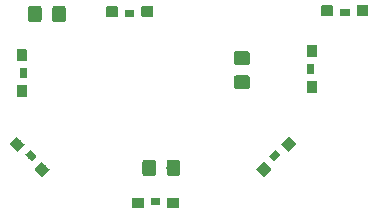
<source format=gbr>
G04 #@! TF.GenerationSoftware,KiCad,Pcbnew,5.1.2-f72e74a~84~ubuntu16.04.1*
G04 #@! TF.CreationDate,2019-07-01T21:57:51-07:00*
G04 #@! TF.ProjectId,Kirby_SAO,4b697262-795f-4534-914f-2e6b69636164,rev?*
G04 #@! TF.SameCoordinates,Original*
G04 #@! TF.FileFunction,Paste,Bot*
G04 #@! TF.FilePolarity,Positive*
%FSLAX46Y46*%
G04 Gerber Fmt 4.6, Leading zero omitted, Abs format (unit mm)*
G04 Created by KiCad (PCBNEW 5.1.2-f72e74a~84~ubuntu16.04.1) date 2019-07-01 21:57:51*
%MOMM*%
%LPD*%
G04 APERTURE LIST*
%ADD10C,0.100000*%
%ADD11C,0.600000*%
%ADD12C,0.900000*%
%ADD13C,1.150000*%
G04 APERTURE END LIST*
D10*
G36*
X99345881Y-99650289D02*
G01*
X99351705Y-99651153D01*
X99357417Y-99652584D01*
X99362961Y-99654567D01*
X99368284Y-99657085D01*
X99373334Y-99660112D01*
X99378064Y-99663619D01*
X99382426Y-99667574D01*
X99386381Y-99671936D01*
X99389888Y-99676666D01*
X99392915Y-99681716D01*
X99395433Y-99687039D01*
X99397416Y-99692583D01*
X99398847Y-99698295D01*
X99399711Y-99704119D01*
X99400000Y-99710000D01*
X99400000Y-100190000D01*
X99399711Y-100195881D01*
X99398847Y-100201705D01*
X99397416Y-100207417D01*
X99395433Y-100212961D01*
X99392915Y-100218284D01*
X99389888Y-100223334D01*
X99386381Y-100228064D01*
X99382426Y-100232426D01*
X99378064Y-100236381D01*
X99373334Y-100239888D01*
X99368284Y-100242915D01*
X99362961Y-100245433D01*
X99357417Y-100247416D01*
X99351705Y-100248847D01*
X99345881Y-100249711D01*
X99340000Y-100250000D01*
X98660000Y-100250000D01*
X98654119Y-100249711D01*
X98648295Y-100248847D01*
X98642583Y-100247416D01*
X98637039Y-100245433D01*
X98631716Y-100242915D01*
X98626666Y-100239888D01*
X98621936Y-100236381D01*
X98617574Y-100232426D01*
X98613619Y-100228064D01*
X98610112Y-100223334D01*
X98607085Y-100218284D01*
X98604567Y-100212961D01*
X98602584Y-100207417D01*
X98601153Y-100201705D01*
X98600289Y-100195881D01*
X98600000Y-100190000D01*
X98600000Y-99710000D01*
X98600289Y-99704119D01*
X98601153Y-99698295D01*
X98602584Y-99692583D01*
X98604567Y-99687039D01*
X98607085Y-99681716D01*
X98610112Y-99676666D01*
X98613619Y-99671936D01*
X98617574Y-99667574D01*
X98621936Y-99663619D01*
X98626666Y-99660112D01*
X98631716Y-99657085D01*
X98637039Y-99654567D01*
X98642583Y-99652584D01*
X98648295Y-99651153D01*
X98654119Y-99650289D01*
X98660000Y-99650000D01*
X99340000Y-99650000D01*
X99345881Y-99650289D01*
X99345881Y-99650289D01*
G37*
D11*
X99000000Y-99950000D03*
D10*
G36*
X97918822Y-99350433D02*
G01*
X97927558Y-99351729D01*
X97936126Y-99353875D01*
X97944442Y-99356851D01*
X97952426Y-99360627D01*
X97960001Y-99365168D01*
X97967095Y-99370429D01*
X97973640Y-99376360D01*
X97979571Y-99382905D01*
X97984832Y-99389999D01*
X97989373Y-99397574D01*
X97993149Y-99405558D01*
X97996125Y-99413874D01*
X97998271Y-99422442D01*
X97999567Y-99431178D01*
X98000000Y-99440000D01*
X98000000Y-100160000D01*
X97999567Y-100168822D01*
X97998271Y-100177558D01*
X97996125Y-100186126D01*
X97993149Y-100194442D01*
X97989373Y-100202426D01*
X97984832Y-100210001D01*
X97979571Y-100217095D01*
X97973640Y-100223640D01*
X97967095Y-100229571D01*
X97960001Y-100234832D01*
X97952426Y-100239373D01*
X97944442Y-100243149D01*
X97936126Y-100246125D01*
X97927558Y-100248271D01*
X97918822Y-100249567D01*
X97910000Y-100250000D01*
X97090000Y-100250000D01*
X97081178Y-100249567D01*
X97072442Y-100248271D01*
X97063874Y-100246125D01*
X97055558Y-100243149D01*
X97047574Y-100239373D01*
X97039999Y-100234832D01*
X97032905Y-100229571D01*
X97026360Y-100223640D01*
X97020429Y-100217095D01*
X97015168Y-100210001D01*
X97010627Y-100202426D01*
X97006851Y-100194442D01*
X97003875Y-100186126D01*
X97001729Y-100177558D01*
X97000433Y-100168822D01*
X97000000Y-100160000D01*
X97000000Y-99440000D01*
X97000433Y-99431178D01*
X97001729Y-99422442D01*
X97003875Y-99413874D01*
X97006851Y-99405558D01*
X97010627Y-99397574D01*
X97015168Y-99389999D01*
X97020429Y-99382905D01*
X97026360Y-99376360D01*
X97032905Y-99370429D01*
X97039999Y-99365168D01*
X97047574Y-99360627D01*
X97055558Y-99356851D01*
X97063874Y-99353875D01*
X97072442Y-99351729D01*
X97081178Y-99350433D01*
X97090000Y-99350000D01*
X97910000Y-99350000D01*
X97918822Y-99350433D01*
X97918822Y-99350433D01*
G37*
D12*
X97500000Y-99800000D03*
D10*
G36*
X100918822Y-99350433D02*
G01*
X100927558Y-99351729D01*
X100936126Y-99353875D01*
X100944442Y-99356851D01*
X100952426Y-99360627D01*
X100960001Y-99365168D01*
X100967095Y-99370429D01*
X100973640Y-99376360D01*
X100979571Y-99382905D01*
X100984832Y-99389999D01*
X100989373Y-99397574D01*
X100993149Y-99405558D01*
X100996125Y-99413874D01*
X100998271Y-99422442D01*
X100999567Y-99431178D01*
X101000000Y-99440000D01*
X101000000Y-100160000D01*
X100999567Y-100168822D01*
X100998271Y-100177558D01*
X100996125Y-100186126D01*
X100993149Y-100194442D01*
X100989373Y-100202426D01*
X100984832Y-100210001D01*
X100979571Y-100217095D01*
X100973640Y-100223640D01*
X100967095Y-100229571D01*
X100960001Y-100234832D01*
X100952426Y-100239373D01*
X100944442Y-100243149D01*
X100936126Y-100246125D01*
X100927558Y-100248271D01*
X100918822Y-100249567D01*
X100910000Y-100250000D01*
X100090000Y-100250000D01*
X100081178Y-100249567D01*
X100072442Y-100248271D01*
X100063874Y-100246125D01*
X100055558Y-100243149D01*
X100047574Y-100239373D01*
X100039999Y-100234832D01*
X100032905Y-100229571D01*
X100026360Y-100223640D01*
X100020429Y-100217095D01*
X100015168Y-100210001D01*
X100010627Y-100202426D01*
X100006851Y-100194442D01*
X100003875Y-100186126D01*
X100001729Y-100177558D01*
X100000433Y-100168822D01*
X100000000Y-100160000D01*
X100000000Y-99440000D01*
X100000433Y-99431178D01*
X100001729Y-99422442D01*
X100003875Y-99413874D01*
X100006851Y-99405558D01*
X100010627Y-99397574D01*
X100015168Y-99389999D01*
X100020429Y-99382905D01*
X100026360Y-99376360D01*
X100032905Y-99370429D01*
X100039999Y-99365168D01*
X100047574Y-99360627D01*
X100055558Y-99356851D01*
X100063874Y-99353875D01*
X100072442Y-99351729D01*
X100081178Y-99350433D01*
X100090000Y-99350000D01*
X100910000Y-99350000D01*
X100918822Y-99350433D01*
X100918822Y-99350433D01*
G37*
D12*
X100500000Y-99800000D03*
D10*
G36*
X90243822Y-103000433D02*
G01*
X90252558Y-103001729D01*
X90261126Y-103003875D01*
X90269442Y-103006851D01*
X90277426Y-103010627D01*
X90285001Y-103015168D01*
X90292095Y-103020429D01*
X90298640Y-103026360D01*
X90304571Y-103032905D01*
X90309832Y-103039999D01*
X90314373Y-103047574D01*
X90318149Y-103055558D01*
X90321125Y-103063874D01*
X90323271Y-103072442D01*
X90324567Y-103081178D01*
X90325000Y-103090000D01*
X90325000Y-103910000D01*
X90324567Y-103918822D01*
X90323271Y-103927558D01*
X90321125Y-103936126D01*
X90318149Y-103944442D01*
X90314373Y-103952426D01*
X90309832Y-103960001D01*
X90304571Y-103967095D01*
X90298640Y-103973640D01*
X90292095Y-103979571D01*
X90285001Y-103984832D01*
X90277426Y-103989373D01*
X90269442Y-103993149D01*
X90261126Y-103996125D01*
X90252558Y-103998271D01*
X90243822Y-103999567D01*
X90235000Y-104000000D01*
X89515000Y-104000000D01*
X89506178Y-103999567D01*
X89497442Y-103998271D01*
X89488874Y-103996125D01*
X89480558Y-103993149D01*
X89472574Y-103989373D01*
X89464999Y-103984832D01*
X89457905Y-103979571D01*
X89451360Y-103973640D01*
X89445429Y-103967095D01*
X89440168Y-103960001D01*
X89435627Y-103952426D01*
X89431851Y-103944442D01*
X89428875Y-103936126D01*
X89426729Y-103927558D01*
X89425433Y-103918822D01*
X89425000Y-103910000D01*
X89425000Y-103090000D01*
X89425433Y-103081178D01*
X89426729Y-103072442D01*
X89428875Y-103063874D01*
X89431851Y-103055558D01*
X89435627Y-103047574D01*
X89440168Y-103039999D01*
X89445429Y-103032905D01*
X89451360Y-103026360D01*
X89457905Y-103020429D01*
X89464999Y-103015168D01*
X89472574Y-103010627D01*
X89480558Y-103006851D01*
X89488874Y-103003875D01*
X89497442Y-103001729D01*
X89506178Y-103000433D01*
X89515000Y-103000000D01*
X90235000Y-103000000D01*
X90243822Y-103000433D01*
X90243822Y-103000433D01*
G37*
D12*
X89875000Y-103500000D03*
D10*
G36*
X90243822Y-106000433D02*
G01*
X90252558Y-106001729D01*
X90261126Y-106003875D01*
X90269442Y-106006851D01*
X90277426Y-106010627D01*
X90285001Y-106015168D01*
X90292095Y-106020429D01*
X90298640Y-106026360D01*
X90304571Y-106032905D01*
X90309832Y-106039999D01*
X90314373Y-106047574D01*
X90318149Y-106055558D01*
X90321125Y-106063874D01*
X90323271Y-106072442D01*
X90324567Y-106081178D01*
X90325000Y-106090000D01*
X90325000Y-106910000D01*
X90324567Y-106918822D01*
X90323271Y-106927558D01*
X90321125Y-106936126D01*
X90318149Y-106944442D01*
X90314373Y-106952426D01*
X90309832Y-106960001D01*
X90304571Y-106967095D01*
X90298640Y-106973640D01*
X90292095Y-106979571D01*
X90285001Y-106984832D01*
X90277426Y-106989373D01*
X90269442Y-106993149D01*
X90261126Y-106996125D01*
X90252558Y-106998271D01*
X90243822Y-106999567D01*
X90235000Y-107000000D01*
X89515000Y-107000000D01*
X89506178Y-106999567D01*
X89497442Y-106998271D01*
X89488874Y-106996125D01*
X89480558Y-106993149D01*
X89472574Y-106989373D01*
X89464999Y-106984832D01*
X89457905Y-106979571D01*
X89451360Y-106973640D01*
X89445429Y-106967095D01*
X89440168Y-106960001D01*
X89435627Y-106952426D01*
X89431851Y-106944442D01*
X89428875Y-106936126D01*
X89426729Y-106927558D01*
X89425433Y-106918822D01*
X89425000Y-106910000D01*
X89425000Y-106090000D01*
X89425433Y-106081178D01*
X89426729Y-106072442D01*
X89428875Y-106063874D01*
X89431851Y-106055558D01*
X89435627Y-106047574D01*
X89440168Y-106039999D01*
X89445429Y-106032905D01*
X89451360Y-106026360D01*
X89457905Y-106020429D01*
X89464999Y-106015168D01*
X89472574Y-106010627D01*
X89480558Y-106006851D01*
X89488874Y-106003875D01*
X89497442Y-106001729D01*
X89506178Y-106000433D01*
X89515000Y-106000000D01*
X90235000Y-106000000D01*
X90243822Y-106000433D01*
X90243822Y-106000433D01*
G37*
D12*
X89875000Y-106500000D03*
D10*
G36*
X90270881Y-104600289D02*
G01*
X90276705Y-104601153D01*
X90282417Y-104602584D01*
X90287961Y-104604567D01*
X90293284Y-104607085D01*
X90298334Y-104610112D01*
X90303064Y-104613619D01*
X90307426Y-104617574D01*
X90311381Y-104621936D01*
X90314888Y-104626666D01*
X90317915Y-104631716D01*
X90320433Y-104637039D01*
X90322416Y-104642583D01*
X90323847Y-104648295D01*
X90324711Y-104654119D01*
X90325000Y-104660000D01*
X90325000Y-105340000D01*
X90324711Y-105345881D01*
X90323847Y-105351705D01*
X90322416Y-105357417D01*
X90320433Y-105362961D01*
X90317915Y-105368284D01*
X90314888Y-105373334D01*
X90311381Y-105378064D01*
X90307426Y-105382426D01*
X90303064Y-105386381D01*
X90298334Y-105389888D01*
X90293284Y-105392915D01*
X90287961Y-105395433D01*
X90282417Y-105397416D01*
X90276705Y-105398847D01*
X90270881Y-105399711D01*
X90265000Y-105400000D01*
X89785000Y-105400000D01*
X89779119Y-105399711D01*
X89773295Y-105398847D01*
X89767583Y-105397416D01*
X89762039Y-105395433D01*
X89756716Y-105392915D01*
X89751666Y-105389888D01*
X89746936Y-105386381D01*
X89742574Y-105382426D01*
X89738619Y-105378064D01*
X89735112Y-105373334D01*
X89732085Y-105368284D01*
X89729567Y-105362961D01*
X89727584Y-105357417D01*
X89726153Y-105351705D01*
X89725289Y-105345881D01*
X89725000Y-105340000D01*
X89725000Y-104660000D01*
X89725289Y-104654119D01*
X89726153Y-104648295D01*
X89727584Y-104642583D01*
X89729567Y-104637039D01*
X89732085Y-104631716D01*
X89735112Y-104626666D01*
X89738619Y-104621936D01*
X89742574Y-104617574D01*
X89746936Y-104613619D01*
X89751666Y-104610112D01*
X89756716Y-104607085D01*
X89762039Y-104604567D01*
X89767583Y-104602584D01*
X89773295Y-104601153D01*
X89779119Y-104600289D01*
X89785000Y-104600000D01*
X90265000Y-104600000D01*
X90270881Y-104600289D01*
X90270881Y-104600289D01*
G37*
D11*
X90025000Y-105000000D03*
D10*
G36*
X101545881Y-115550289D02*
G01*
X101551705Y-115551153D01*
X101557417Y-115552584D01*
X101562961Y-115554567D01*
X101568284Y-115557085D01*
X101573334Y-115560112D01*
X101578064Y-115563619D01*
X101582426Y-115567574D01*
X101586381Y-115571936D01*
X101589888Y-115576666D01*
X101592915Y-115581716D01*
X101595433Y-115587039D01*
X101597416Y-115592583D01*
X101598847Y-115598295D01*
X101599711Y-115604119D01*
X101600000Y-115610000D01*
X101600000Y-116090000D01*
X101599711Y-116095881D01*
X101598847Y-116101705D01*
X101597416Y-116107417D01*
X101595433Y-116112961D01*
X101592915Y-116118284D01*
X101589888Y-116123334D01*
X101586381Y-116128064D01*
X101582426Y-116132426D01*
X101578064Y-116136381D01*
X101573334Y-116139888D01*
X101568284Y-116142915D01*
X101562961Y-116145433D01*
X101557417Y-116147416D01*
X101551705Y-116148847D01*
X101545881Y-116149711D01*
X101540000Y-116150000D01*
X100860000Y-116150000D01*
X100854119Y-116149711D01*
X100848295Y-116148847D01*
X100842583Y-116147416D01*
X100837039Y-116145433D01*
X100831716Y-116142915D01*
X100826666Y-116139888D01*
X100821936Y-116136381D01*
X100817574Y-116132426D01*
X100813619Y-116128064D01*
X100810112Y-116123334D01*
X100807085Y-116118284D01*
X100804567Y-116112961D01*
X100802584Y-116107417D01*
X100801153Y-116101705D01*
X100800289Y-116095881D01*
X100800000Y-116090000D01*
X100800000Y-115610000D01*
X100800289Y-115604119D01*
X100801153Y-115598295D01*
X100802584Y-115592583D01*
X100804567Y-115587039D01*
X100807085Y-115581716D01*
X100810112Y-115576666D01*
X100813619Y-115571936D01*
X100817574Y-115567574D01*
X100821936Y-115563619D01*
X100826666Y-115560112D01*
X100831716Y-115557085D01*
X100837039Y-115554567D01*
X100842583Y-115552584D01*
X100848295Y-115551153D01*
X100854119Y-115550289D01*
X100860000Y-115550000D01*
X101540000Y-115550000D01*
X101545881Y-115550289D01*
X101545881Y-115550289D01*
G37*
D11*
X101200000Y-115850000D03*
D10*
G36*
X103118822Y-115550433D02*
G01*
X103127558Y-115551729D01*
X103136126Y-115553875D01*
X103144442Y-115556851D01*
X103152426Y-115560627D01*
X103160001Y-115565168D01*
X103167095Y-115570429D01*
X103173640Y-115576360D01*
X103179571Y-115582905D01*
X103184832Y-115589999D01*
X103189373Y-115597574D01*
X103193149Y-115605558D01*
X103196125Y-115613874D01*
X103198271Y-115622442D01*
X103199567Y-115631178D01*
X103200000Y-115640000D01*
X103200000Y-116360000D01*
X103199567Y-116368822D01*
X103198271Y-116377558D01*
X103196125Y-116386126D01*
X103193149Y-116394442D01*
X103189373Y-116402426D01*
X103184832Y-116410001D01*
X103179571Y-116417095D01*
X103173640Y-116423640D01*
X103167095Y-116429571D01*
X103160001Y-116434832D01*
X103152426Y-116439373D01*
X103144442Y-116443149D01*
X103136126Y-116446125D01*
X103127558Y-116448271D01*
X103118822Y-116449567D01*
X103110000Y-116450000D01*
X102290000Y-116450000D01*
X102281178Y-116449567D01*
X102272442Y-116448271D01*
X102263874Y-116446125D01*
X102255558Y-116443149D01*
X102247574Y-116439373D01*
X102239999Y-116434832D01*
X102232905Y-116429571D01*
X102226360Y-116423640D01*
X102220429Y-116417095D01*
X102215168Y-116410001D01*
X102210627Y-116402426D01*
X102206851Y-116394442D01*
X102203875Y-116386126D01*
X102201729Y-116377558D01*
X102200433Y-116368822D01*
X102200000Y-116360000D01*
X102200000Y-115640000D01*
X102200433Y-115631178D01*
X102201729Y-115622442D01*
X102203875Y-115613874D01*
X102206851Y-115605558D01*
X102210627Y-115597574D01*
X102215168Y-115589999D01*
X102220429Y-115582905D01*
X102226360Y-115576360D01*
X102232905Y-115570429D01*
X102239999Y-115565168D01*
X102247574Y-115560627D01*
X102255558Y-115556851D01*
X102263874Y-115553875D01*
X102272442Y-115551729D01*
X102281178Y-115550433D01*
X102290000Y-115550000D01*
X103110000Y-115550000D01*
X103118822Y-115550433D01*
X103118822Y-115550433D01*
G37*
D12*
X102700000Y-116000000D03*
D10*
G36*
X100118822Y-115550433D02*
G01*
X100127558Y-115551729D01*
X100136126Y-115553875D01*
X100144442Y-115556851D01*
X100152426Y-115560627D01*
X100160001Y-115565168D01*
X100167095Y-115570429D01*
X100173640Y-115576360D01*
X100179571Y-115582905D01*
X100184832Y-115589999D01*
X100189373Y-115597574D01*
X100193149Y-115605558D01*
X100196125Y-115613874D01*
X100198271Y-115622442D01*
X100199567Y-115631178D01*
X100200000Y-115640000D01*
X100200000Y-116360000D01*
X100199567Y-116368822D01*
X100198271Y-116377558D01*
X100196125Y-116386126D01*
X100193149Y-116394442D01*
X100189373Y-116402426D01*
X100184832Y-116410001D01*
X100179571Y-116417095D01*
X100173640Y-116423640D01*
X100167095Y-116429571D01*
X100160001Y-116434832D01*
X100152426Y-116439373D01*
X100144442Y-116443149D01*
X100136126Y-116446125D01*
X100127558Y-116448271D01*
X100118822Y-116449567D01*
X100110000Y-116450000D01*
X99290000Y-116450000D01*
X99281178Y-116449567D01*
X99272442Y-116448271D01*
X99263874Y-116446125D01*
X99255558Y-116443149D01*
X99247574Y-116439373D01*
X99239999Y-116434832D01*
X99232905Y-116429571D01*
X99226360Y-116423640D01*
X99220429Y-116417095D01*
X99215168Y-116410001D01*
X99210627Y-116402426D01*
X99206851Y-116394442D01*
X99203875Y-116386126D01*
X99201729Y-116377558D01*
X99200433Y-116368822D01*
X99200000Y-116360000D01*
X99200000Y-115640000D01*
X99200433Y-115631178D01*
X99201729Y-115622442D01*
X99203875Y-115613874D01*
X99206851Y-115605558D01*
X99210627Y-115597574D01*
X99215168Y-115589999D01*
X99220429Y-115582905D01*
X99226360Y-115576360D01*
X99232905Y-115570429D01*
X99239999Y-115565168D01*
X99247574Y-115560627D01*
X99255558Y-115556851D01*
X99263874Y-115553875D01*
X99272442Y-115551729D01*
X99281178Y-115550433D01*
X99290000Y-115550000D01*
X100110000Y-115550000D01*
X100118822Y-115550433D01*
X100118822Y-115550433D01*
G37*
D12*
X99700000Y-116000000D03*
D10*
G36*
X119143822Y-99275433D02*
G01*
X119152558Y-99276729D01*
X119161126Y-99278875D01*
X119169442Y-99281851D01*
X119177426Y-99285627D01*
X119185001Y-99290168D01*
X119192095Y-99295429D01*
X119198640Y-99301360D01*
X119204571Y-99307905D01*
X119209832Y-99314999D01*
X119214373Y-99322574D01*
X119218149Y-99330558D01*
X119221125Y-99338874D01*
X119223271Y-99347442D01*
X119224567Y-99356178D01*
X119225000Y-99365000D01*
X119225000Y-100085000D01*
X119224567Y-100093822D01*
X119223271Y-100102558D01*
X119221125Y-100111126D01*
X119218149Y-100119442D01*
X119214373Y-100127426D01*
X119209832Y-100135001D01*
X119204571Y-100142095D01*
X119198640Y-100148640D01*
X119192095Y-100154571D01*
X119185001Y-100159832D01*
X119177426Y-100164373D01*
X119169442Y-100168149D01*
X119161126Y-100171125D01*
X119152558Y-100173271D01*
X119143822Y-100174567D01*
X119135000Y-100175000D01*
X118315000Y-100175000D01*
X118306178Y-100174567D01*
X118297442Y-100173271D01*
X118288874Y-100171125D01*
X118280558Y-100168149D01*
X118272574Y-100164373D01*
X118264999Y-100159832D01*
X118257905Y-100154571D01*
X118251360Y-100148640D01*
X118245429Y-100142095D01*
X118240168Y-100135001D01*
X118235627Y-100127426D01*
X118231851Y-100119442D01*
X118228875Y-100111126D01*
X118226729Y-100102558D01*
X118225433Y-100093822D01*
X118225000Y-100085000D01*
X118225000Y-99365000D01*
X118225433Y-99356178D01*
X118226729Y-99347442D01*
X118228875Y-99338874D01*
X118231851Y-99330558D01*
X118235627Y-99322574D01*
X118240168Y-99314999D01*
X118245429Y-99307905D01*
X118251360Y-99301360D01*
X118257905Y-99295429D01*
X118264999Y-99290168D01*
X118272574Y-99285627D01*
X118280558Y-99281851D01*
X118288874Y-99278875D01*
X118297442Y-99276729D01*
X118306178Y-99275433D01*
X118315000Y-99275000D01*
X119135000Y-99275000D01*
X119143822Y-99275433D01*
X119143822Y-99275433D01*
G37*
D12*
X118725000Y-99725000D03*
D10*
G36*
X116143822Y-99275433D02*
G01*
X116152558Y-99276729D01*
X116161126Y-99278875D01*
X116169442Y-99281851D01*
X116177426Y-99285627D01*
X116185001Y-99290168D01*
X116192095Y-99295429D01*
X116198640Y-99301360D01*
X116204571Y-99307905D01*
X116209832Y-99314999D01*
X116214373Y-99322574D01*
X116218149Y-99330558D01*
X116221125Y-99338874D01*
X116223271Y-99347442D01*
X116224567Y-99356178D01*
X116225000Y-99365000D01*
X116225000Y-100085000D01*
X116224567Y-100093822D01*
X116223271Y-100102558D01*
X116221125Y-100111126D01*
X116218149Y-100119442D01*
X116214373Y-100127426D01*
X116209832Y-100135001D01*
X116204571Y-100142095D01*
X116198640Y-100148640D01*
X116192095Y-100154571D01*
X116185001Y-100159832D01*
X116177426Y-100164373D01*
X116169442Y-100168149D01*
X116161126Y-100171125D01*
X116152558Y-100173271D01*
X116143822Y-100174567D01*
X116135000Y-100175000D01*
X115315000Y-100175000D01*
X115306178Y-100174567D01*
X115297442Y-100173271D01*
X115288874Y-100171125D01*
X115280558Y-100168149D01*
X115272574Y-100164373D01*
X115264999Y-100159832D01*
X115257905Y-100154571D01*
X115251360Y-100148640D01*
X115245429Y-100142095D01*
X115240168Y-100135001D01*
X115235627Y-100127426D01*
X115231851Y-100119442D01*
X115228875Y-100111126D01*
X115226729Y-100102558D01*
X115225433Y-100093822D01*
X115225000Y-100085000D01*
X115225000Y-99365000D01*
X115225433Y-99356178D01*
X115226729Y-99347442D01*
X115228875Y-99338874D01*
X115231851Y-99330558D01*
X115235627Y-99322574D01*
X115240168Y-99314999D01*
X115245429Y-99307905D01*
X115251360Y-99301360D01*
X115257905Y-99295429D01*
X115264999Y-99290168D01*
X115272574Y-99285627D01*
X115280558Y-99281851D01*
X115288874Y-99278875D01*
X115297442Y-99276729D01*
X115306178Y-99275433D01*
X115315000Y-99275000D01*
X116135000Y-99275000D01*
X116143822Y-99275433D01*
X116143822Y-99275433D01*
G37*
D12*
X115725000Y-99725000D03*
D10*
G36*
X117570881Y-99575289D02*
G01*
X117576705Y-99576153D01*
X117582417Y-99577584D01*
X117587961Y-99579567D01*
X117593284Y-99582085D01*
X117598334Y-99585112D01*
X117603064Y-99588619D01*
X117607426Y-99592574D01*
X117611381Y-99596936D01*
X117614888Y-99601666D01*
X117617915Y-99606716D01*
X117620433Y-99612039D01*
X117622416Y-99617583D01*
X117623847Y-99623295D01*
X117624711Y-99629119D01*
X117625000Y-99635000D01*
X117625000Y-100115000D01*
X117624711Y-100120881D01*
X117623847Y-100126705D01*
X117622416Y-100132417D01*
X117620433Y-100137961D01*
X117617915Y-100143284D01*
X117614888Y-100148334D01*
X117611381Y-100153064D01*
X117607426Y-100157426D01*
X117603064Y-100161381D01*
X117598334Y-100164888D01*
X117593284Y-100167915D01*
X117587961Y-100170433D01*
X117582417Y-100172416D01*
X117576705Y-100173847D01*
X117570881Y-100174711D01*
X117565000Y-100175000D01*
X116885000Y-100175000D01*
X116879119Y-100174711D01*
X116873295Y-100173847D01*
X116867583Y-100172416D01*
X116862039Y-100170433D01*
X116856716Y-100167915D01*
X116851666Y-100164888D01*
X116846936Y-100161381D01*
X116842574Y-100157426D01*
X116838619Y-100153064D01*
X116835112Y-100148334D01*
X116832085Y-100143284D01*
X116829567Y-100137961D01*
X116827584Y-100132417D01*
X116826153Y-100126705D01*
X116825289Y-100120881D01*
X116825000Y-100115000D01*
X116825000Y-99635000D01*
X116825289Y-99629119D01*
X116826153Y-99623295D01*
X116827584Y-99617583D01*
X116829567Y-99612039D01*
X116832085Y-99606716D01*
X116835112Y-99601666D01*
X116838619Y-99596936D01*
X116842574Y-99592574D01*
X116846936Y-99588619D01*
X116851666Y-99585112D01*
X116856716Y-99582085D01*
X116862039Y-99579567D01*
X116867583Y-99577584D01*
X116873295Y-99576153D01*
X116879119Y-99575289D01*
X116885000Y-99575000D01*
X117565000Y-99575000D01*
X117570881Y-99575289D01*
X117570881Y-99575289D01*
G37*
D11*
X117225000Y-99875000D03*
D10*
G36*
X114545881Y-104250289D02*
G01*
X114551705Y-104251153D01*
X114557417Y-104252584D01*
X114562961Y-104254567D01*
X114568284Y-104257085D01*
X114573334Y-104260112D01*
X114578064Y-104263619D01*
X114582426Y-104267574D01*
X114586381Y-104271936D01*
X114589888Y-104276666D01*
X114592915Y-104281716D01*
X114595433Y-104287039D01*
X114597416Y-104292583D01*
X114598847Y-104298295D01*
X114599711Y-104304119D01*
X114600000Y-104310000D01*
X114600000Y-104990000D01*
X114599711Y-104995881D01*
X114598847Y-105001705D01*
X114597416Y-105007417D01*
X114595433Y-105012961D01*
X114592915Y-105018284D01*
X114589888Y-105023334D01*
X114586381Y-105028064D01*
X114582426Y-105032426D01*
X114578064Y-105036381D01*
X114573334Y-105039888D01*
X114568284Y-105042915D01*
X114562961Y-105045433D01*
X114557417Y-105047416D01*
X114551705Y-105048847D01*
X114545881Y-105049711D01*
X114540000Y-105050000D01*
X114060000Y-105050000D01*
X114054119Y-105049711D01*
X114048295Y-105048847D01*
X114042583Y-105047416D01*
X114037039Y-105045433D01*
X114031716Y-105042915D01*
X114026666Y-105039888D01*
X114021936Y-105036381D01*
X114017574Y-105032426D01*
X114013619Y-105028064D01*
X114010112Y-105023334D01*
X114007085Y-105018284D01*
X114004567Y-105012961D01*
X114002584Y-105007417D01*
X114001153Y-105001705D01*
X114000289Y-104995881D01*
X114000000Y-104990000D01*
X114000000Y-104310000D01*
X114000289Y-104304119D01*
X114001153Y-104298295D01*
X114002584Y-104292583D01*
X114004567Y-104287039D01*
X114007085Y-104281716D01*
X114010112Y-104276666D01*
X114013619Y-104271936D01*
X114017574Y-104267574D01*
X114021936Y-104263619D01*
X114026666Y-104260112D01*
X114031716Y-104257085D01*
X114037039Y-104254567D01*
X114042583Y-104252584D01*
X114048295Y-104251153D01*
X114054119Y-104250289D01*
X114060000Y-104250000D01*
X114540000Y-104250000D01*
X114545881Y-104250289D01*
X114545881Y-104250289D01*
G37*
D11*
X114300000Y-104650000D03*
D10*
G36*
X114818822Y-102650433D02*
G01*
X114827558Y-102651729D01*
X114836126Y-102653875D01*
X114844442Y-102656851D01*
X114852426Y-102660627D01*
X114860001Y-102665168D01*
X114867095Y-102670429D01*
X114873640Y-102676360D01*
X114879571Y-102682905D01*
X114884832Y-102689999D01*
X114889373Y-102697574D01*
X114893149Y-102705558D01*
X114896125Y-102713874D01*
X114898271Y-102722442D01*
X114899567Y-102731178D01*
X114900000Y-102740000D01*
X114900000Y-103560000D01*
X114899567Y-103568822D01*
X114898271Y-103577558D01*
X114896125Y-103586126D01*
X114893149Y-103594442D01*
X114889373Y-103602426D01*
X114884832Y-103610001D01*
X114879571Y-103617095D01*
X114873640Y-103623640D01*
X114867095Y-103629571D01*
X114860001Y-103634832D01*
X114852426Y-103639373D01*
X114844442Y-103643149D01*
X114836126Y-103646125D01*
X114827558Y-103648271D01*
X114818822Y-103649567D01*
X114810000Y-103650000D01*
X114090000Y-103650000D01*
X114081178Y-103649567D01*
X114072442Y-103648271D01*
X114063874Y-103646125D01*
X114055558Y-103643149D01*
X114047574Y-103639373D01*
X114039999Y-103634832D01*
X114032905Y-103629571D01*
X114026360Y-103623640D01*
X114020429Y-103617095D01*
X114015168Y-103610001D01*
X114010627Y-103602426D01*
X114006851Y-103594442D01*
X114003875Y-103586126D01*
X114001729Y-103577558D01*
X114000433Y-103568822D01*
X114000000Y-103560000D01*
X114000000Y-102740000D01*
X114000433Y-102731178D01*
X114001729Y-102722442D01*
X114003875Y-102713874D01*
X114006851Y-102705558D01*
X114010627Y-102697574D01*
X114015168Y-102689999D01*
X114020429Y-102682905D01*
X114026360Y-102676360D01*
X114032905Y-102670429D01*
X114039999Y-102665168D01*
X114047574Y-102660627D01*
X114055558Y-102656851D01*
X114063874Y-102653875D01*
X114072442Y-102651729D01*
X114081178Y-102650433D01*
X114090000Y-102650000D01*
X114810000Y-102650000D01*
X114818822Y-102650433D01*
X114818822Y-102650433D01*
G37*
D12*
X114450000Y-103150000D03*
D10*
G36*
X114818822Y-105650433D02*
G01*
X114827558Y-105651729D01*
X114836126Y-105653875D01*
X114844442Y-105656851D01*
X114852426Y-105660627D01*
X114860001Y-105665168D01*
X114867095Y-105670429D01*
X114873640Y-105676360D01*
X114879571Y-105682905D01*
X114884832Y-105689999D01*
X114889373Y-105697574D01*
X114893149Y-105705558D01*
X114896125Y-105713874D01*
X114898271Y-105722442D01*
X114899567Y-105731178D01*
X114900000Y-105740000D01*
X114900000Y-106560000D01*
X114899567Y-106568822D01*
X114898271Y-106577558D01*
X114896125Y-106586126D01*
X114893149Y-106594442D01*
X114889373Y-106602426D01*
X114884832Y-106610001D01*
X114879571Y-106617095D01*
X114873640Y-106623640D01*
X114867095Y-106629571D01*
X114860001Y-106634832D01*
X114852426Y-106639373D01*
X114844442Y-106643149D01*
X114836126Y-106646125D01*
X114827558Y-106648271D01*
X114818822Y-106649567D01*
X114810000Y-106650000D01*
X114090000Y-106650000D01*
X114081178Y-106649567D01*
X114072442Y-106648271D01*
X114063874Y-106646125D01*
X114055558Y-106643149D01*
X114047574Y-106639373D01*
X114039999Y-106634832D01*
X114032905Y-106629571D01*
X114026360Y-106623640D01*
X114020429Y-106617095D01*
X114015168Y-106610001D01*
X114010627Y-106602426D01*
X114006851Y-106594442D01*
X114003875Y-106586126D01*
X114001729Y-106577558D01*
X114000433Y-106568822D01*
X114000000Y-106560000D01*
X114000000Y-105740000D01*
X114000433Y-105731178D01*
X114001729Y-105722442D01*
X114003875Y-105713874D01*
X114006851Y-105705558D01*
X114010627Y-105697574D01*
X114015168Y-105689999D01*
X114020429Y-105682905D01*
X114026360Y-105676360D01*
X114032905Y-105670429D01*
X114039999Y-105665168D01*
X114047574Y-105660627D01*
X114055558Y-105656851D01*
X114063874Y-105653875D01*
X114072442Y-105651729D01*
X114081178Y-105650433D01*
X114090000Y-105650000D01*
X114810000Y-105650000D01*
X114818822Y-105650433D01*
X114818822Y-105650433D01*
G37*
D12*
X114450000Y-106150000D03*
D10*
G36*
X91324505Y-99301204D02*
G01*
X91348773Y-99304804D01*
X91372572Y-99310765D01*
X91395671Y-99319030D01*
X91417850Y-99329520D01*
X91438893Y-99342132D01*
X91458599Y-99356747D01*
X91476777Y-99373223D01*
X91493253Y-99391401D01*
X91507868Y-99411107D01*
X91520480Y-99432150D01*
X91530970Y-99454329D01*
X91539235Y-99477428D01*
X91545196Y-99501227D01*
X91548796Y-99525495D01*
X91550000Y-99549999D01*
X91550000Y-100450001D01*
X91548796Y-100474505D01*
X91545196Y-100498773D01*
X91539235Y-100522572D01*
X91530970Y-100545671D01*
X91520480Y-100567850D01*
X91507868Y-100588893D01*
X91493253Y-100608599D01*
X91476777Y-100626777D01*
X91458599Y-100643253D01*
X91438893Y-100657868D01*
X91417850Y-100670480D01*
X91395671Y-100680970D01*
X91372572Y-100689235D01*
X91348773Y-100695196D01*
X91324505Y-100698796D01*
X91300001Y-100700000D01*
X90649999Y-100700000D01*
X90625495Y-100698796D01*
X90601227Y-100695196D01*
X90577428Y-100689235D01*
X90554329Y-100680970D01*
X90532150Y-100670480D01*
X90511107Y-100657868D01*
X90491401Y-100643253D01*
X90473223Y-100626777D01*
X90456747Y-100608599D01*
X90442132Y-100588893D01*
X90429520Y-100567850D01*
X90419030Y-100545671D01*
X90410765Y-100522572D01*
X90404804Y-100498773D01*
X90401204Y-100474505D01*
X90400000Y-100450001D01*
X90400000Y-99549999D01*
X90401204Y-99525495D01*
X90404804Y-99501227D01*
X90410765Y-99477428D01*
X90419030Y-99454329D01*
X90429520Y-99432150D01*
X90442132Y-99411107D01*
X90456747Y-99391401D01*
X90473223Y-99373223D01*
X90491401Y-99356747D01*
X90511107Y-99342132D01*
X90532150Y-99329520D01*
X90554329Y-99319030D01*
X90577428Y-99310765D01*
X90601227Y-99304804D01*
X90625495Y-99301204D01*
X90649999Y-99300000D01*
X91300001Y-99300000D01*
X91324505Y-99301204D01*
X91324505Y-99301204D01*
G37*
D13*
X90975000Y-100000000D03*
D10*
G36*
X93374505Y-99301204D02*
G01*
X93398773Y-99304804D01*
X93422572Y-99310765D01*
X93445671Y-99319030D01*
X93467850Y-99329520D01*
X93488893Y-99342132D01*
X93508599Y-99356747D01*
X93526777Y-99373223D01*
X93543253Y-99391401D01*
X93557868Y-99411107D01*
X93570480Y-99432150D01*
X93580970Y-99454329D01*
X93589235Y-99477428D01*
X93595196Y-99501227D01*
X93598796Y-99525495D01*
X93600000Y-99549999D01*
X93600000Y-100450001D01*
X93598796Y-100474505D01*
X93595196Y-100498773D01*
X93589235Y-100522572D01*
X93580970Y-100545671D01*
X93570480Y-100567850D01*
X93557868Y-100588893D01*
X93543253Y-100608599D01*
X93526777Y-100626777D01*
X93508599Y-100643253D01*
X93488893Y-100657868D01*
X93467850Y-100670480D01*
X93445671Y-100680970D01*
X93422572Y-100689235D01*
X93398773Y-100695196D01*
X93374505Y-100698796D01*
X93350001Y-100700000D01*
X92699999Y-100700000D01*
X92675495Y-100698796D01*
X92651227Y-100695196D01*
X92627428Y-100689235D01*
X92604329Y-100680970D01*
X92582150Y-100670480D01*
X92561107Y-100657868D01*
X92541401Y-100643253D01*
X92523223Y-100626777D01*
X92506747Y-100608599D01*
X92492132Y-100588893D01*
X92479520Y-100567850D01*
X92469030Y-100545671D01*
X92460765Y-100522572D01*
X92454804Y-100498773D01*
X92451204Y-100474505D01*
X92450000Y-100450001D01*
X92450000Y-99549999D01*
X92451204Y-99525495D01*
X92454804Y-99501227D01*
X92460765Y-99477428D01*
X92469030Y-99454329D01*
X92479520Y-99432150D01*
X92492132Y-99411107D01*
X92506747Y-99391401D01*
X92523223Y-99373223D01*
X92541401Y-99356747D01*
X92561107Y-99342132D01*
X92582150Y-99329520D01*
X92604329Y-99319030D01*
X92627428Y-99310765D01*
X92651227Y-99304804D01*
X92675495Y-99301204D01*
X92699999Y-99300000D01*
X93350001Y-99300000D01*
X93374505Y-99301204D01*
X93374505Y-99301204D01*
G37*
D13*
X93025000Y-100000000D03*
D10*
G36*
X100999505Y-112326204D02*
G01*
X101023773Y-112329804D01*
X101047572Y-112335765D01*
X101070671Y-112344030D01*
X101092850Y-112354520D01*
X101113893Y-112367132D01*
X101133599Y-112381747D01*
X101151777Y-112398223D01*
X101168253Y-112416401D01*
X101182868Y-112436107D01*
X101195480Y-112457150D01*
X101205970Y-112479329D01*
X101214235Y-112502428D01*
X101220196Y-112526227D01*
X101223796Y-112550495D01*
X101225000Y-112574999D01*
X101225000Y-113475001D01*
X101223796Y-113499505D01*
X101220196Y-113523773D01*
X101214235Y-113547572D01*
X101205970Y-113570671D01*
X101195480Y-113592850D01*
X101182868Y-113613893D01*
X101168253Y-113633599D01*
X101151777Y-113651777D01*
X101133599Y-113668253D01*
X101113893Y-113682868D01*
X101092850Y-113695480D01*
X101070671Y-113705970D01*
X101047572Y-113714235D01*
X101023773Y-113720196D01*
X100999505Y-113723796D01*
X100975001Y-113725000D01*
X100324999Y-113725000D01*
X100300495Y-113723796D01*
X100276227Y-113720196D01*
X100252428Y-113714235D01*
X100229329Y-113705970D01*
X100207150Y-113695480D01*
X100186107Y-113682868D01*
X100166401Y-113668253D01*
X100148223Y-113651777D01*
X100131747Y-113633599D01*
X100117132Y-113613893D01*
X100104520Y-113592850D01*
X100094030Y-113570671D01*
X100085765Y-113547572D01*
X100079804Y-113523773D01*
X100076204Y-113499505D01*
X100075000Y-113475001D01*
X100075000Y-112574999D01*
X100076204Y-112550495D01*
X100079804Y-112526227D01*
X100085765Y-112502428D01*
X100094030Y-112479329D01*
X100104520Y-112457150D01*
X100117132Y-112436107D01*
X100131747Y-112416401D01*
X100148223Y-112398223D01*
X100166401Y-112381747D01*
X100186107Y-112367132D01*
X100207150Y-112354520D01*
X100229329Y-112344030D01*
X100252428Y-112335765D01*
X100276227Y-112329804D01*
X100300495Y-112326204D01*
X100324999Y-112325000D01*
X100975001Y-112325000D01*
X100999505Y-112326204D01*
X100999505Y-112326204D01*
G37*
D13*
X100650000Y-113025000D03*
D10*
G36*
X103049505Y-112326204D02*
G01*
X103073773Y-112329804D01*
X103097572Y-112335765D01*
X103120671Y-112344030D01*
X103142850Y-112354520D01*
X103163893Y-112367132D01*
X103183599Y-112381747D01*
X103201777Y-112398223D01*
X103218253Y-112416401D01*
X103232868Y-112436107D01*
X103245480Y-112457150D01*
X103255970Y-112479329D01*
X103264235Y-112502428D01*
X103270196Y-112526227D01*
X103273796Y-112550495D01*
X103275000Y-112574999D01*
X103275000Y-113475001D01*
X103273796Y-113499505D01*
X103270196Y-113523773D01*
X103264235Y-113547572D01*
X103255970Y-113570671D01*
X103245480Y-113592850D01*
X103232868Y-113613893D01*
X103218253Y-113633599D01*
X103201777Y-113651777D01*
X103183599Y-113668253D01*
X103163893Y-113682868D01*
X103142850Y-113695480D01*
X103120671Y-113705970D01*
X103097572Y-113714235D01*
X103073773Y-113720196D01*
X103049505Y-113723796D01*
X103025001Y-113725000D01*
X102374999Y-113725000D01*
X102350495Y-113723796D01*
X102326227Y-113720196D01*
X102302428Y-113714235D01*
X102279329Y-113705970D01*
X102257150Y-113695480D01*
X102236107Y-113682868D01*
X102216401Y-113668253D01*
X102198223Y-113651777D01*
X102181747Y-113633599D01*
X102167132Y-113613893D01*
X102154520Y-113592850D01*
X102144030Y-113570671D01*
X102135765Y-113547572D01*
X102129804Y-113523773D01*
X102126204Y-113499505D01*
X102125000Y-113475001D01*
X102125000Y-112574999D01*
X102126204Y-112550495D01*
X102129804Y-112526227D01*
X102135765Y-112502428D01*
X102144030Y-112479329D01*
X102154520Y-112457150D01*
X102167132Y-112436107D01*
X102181747Y-112416401D01*
X102198223Y-112398223D01*
X102216401Y-112381747D01*
X102236107Y-112367132D01*
X102257150Y-112354520D01*
X102279329Y-112344030D01*
X102302428Y-112335765D01*
X102326227Y-112329804D01*
X102350495Y-112326204D01*
X102374999Y-112325000D01*
X103025001Y-112325000D01*
X103049505Y-112326204D01*
X103049505Y-112326204D01*
G37*
D13*
X102700000Y-113025000D03*
D10*
G36*
X108974505Y-103151204D02*
G01*
X108998773Y-103154804D01*
X109022572Y-103160765D01*
X109045671Y-103169030D01*
X109067850Y-103179520D01*
X109088893Y-103192132D01*
X109108599Y-103206747D01*
X109126777Y-103223223D01*
X109143253Y-103241401D01*
X109157868Y-103261107D01*
X109170480Y-103282150D01*
X109180970Y-103304329D01*
X109189235Y-103327428D01*
X109195196Y-103351227D01*
X109198796Y-103375495D01*
X109200000Y-103399999D01*
X109200000Y-104050001D01*
X109198796Y-104074505D01*
X109195196Y-104098773D01*
X109189235Y-104122572D01*
X109180970Y-104145671D01*
X109170480Y-104167850D01*
X109157868Y-104188893D01*
X109143253Y-104208599D01*
X109126777Y-104226777D01*
X109108599Y-104243253D01*
X109088893Y-104257868D01*
X109067850Y-104270480D01*
X109045671Y-104280970D01*
X109022572Y-104289235D01*
X108998773Y-104295196D01*
X108974505Y-104298796D01*
X108950001Y-104300000D01*
X108049999Y-104300000D01*
X108025495Y-104298796D01*
X108001227Y-104295196D01*
X107977428Y-104289235D01*
X107954329Y-104280970D01*
X107932150Y-104270480D01*
X107911107Y-104257868D01*
X107891401Y-104243253D01*
X107873223Y-104226777D01*
X107856747Y-104208599D01*
X107842132Y-104188893D01*
X107829520Y-104167850D01*
X107819030Y-104145671D01*
X107810765Y-104122572D01*
X107804804Y-104098773D01*
X107801204Y-104074505D01*
X107800000Y-104050001D01*
X107800000Y-103399999D01*
X107801204Y-103375495D01*
X107804804Y-103351227D01*
X107810765Y-103327428D01*
X107819030Y-103304329D01*
X107829520Y-103282150D01*
X107842132Y-103261107D01*
X107856747Y-103241401D01*
X107873223Y-103223223D01*
X107891401Y-103206747D01*
X107911107Y-103192132D01*
X107932150Y-103179520D01*
X107954329Y-103169030D01*
X107977428Y-103160765D01*
X108001227Y-103154804D01*
X108025495Y-103151204D01*
X108049999Y-103150000D01*
X108950001Y-103150000D01*
X108974505Y-103151204D01*
X108974505Y-103151204D01*
G37*
D13*
X108500000Y-103725000D03*
D10*
G36*
X108974505Y-105201204D02*
G01*
X108998773Y-105204804D01*
X109022572Y-105210765D01*
X109045671Y-105219030D01*
X109067850Y-105229520D01*
X109088893Y-105242132D01*
X109108599Y-105256747D01*
X109126777Y-105273223D01*
X109143253Y-105291401D01*
X109157868Y-105311107D01*
X109170480Y-105332150D01*
X109180970Y-105354329D01*
X109189235Y-105377428D01*
X109195196Y-105401227D01*
X109198796Y-105425495D01*
X109200000Y-105449999D01*
X109200000Y-106100001D01*
X109198796Y-106124505D01*
X109195196Y-106148773D01*
X109189235Y-106172572D01*
X109180970Y-106195671D01*
X109170480Y-106217850D01*
X109157868Y-106238893D01*
X109143253Y-106258599D01*
X109126777Y-106276777D01*
X109108599Y-106293253D01*
X109088893Y-106307868D01*
X109067850Y-106320480D01*
X109045671Y-106330970D01*
X109022572Y-106339235D01*
X108998773Y-106345196D01*
X108974505Y-106348796D01*
X108950001Y-106350000D01*
X108049999Y-106350000D01*
X108025495Y-106348796D01*
X108001227Y-106345196D01*
X107977428Y-106339235D01*
X107954329Y-106330970D01*
X107932150Y-106320480D01*
X107911107Y-106307868D01*
X107891401Y-106293253D01*
X107873223Y-106276777D01*
X107856747Y-106258599D01*
X107842132Y-106238893D01*
X107829520Y-106217850D01*
X107819030Y-106195671D01*
X107810765Y-106172572D01*
X107804804Y-106148773D01*
X107801204Y-106124505D01*
X107800000Y-106100001D01*
X107800000Y-105449999D01*
X107801204Y-105425495D01*
X107804804Y-105401227D01*
X107810765Y-105377428D01*
X107819030Y-105354329D01*
X107829520Y-105332150D01*
X107842132Y-105311107D01*
X107856747Y-105291401D01*
X107873223Y-105273223D01*
X107891401Y-105256747D01*
X107911107Y-105242132D01*
X107932150Y-105229520D01*
X107954329Y-105219030D01*
X107977428Y-105210765D01*
X108001227Y-105204804D01*
X108025495Y-105201204D01*
X108049999Y-105200000D01*
X108950001Y-105200000D01*
X108974505Y-105201204D01*
X108974505Y-105201204D01*
G37*
D13*
X108500000Y-105775000D03*
D10*
G36*
X89448162Y-110394945D02*
G01*
X89456898Y-110396241D01*
X89465466Y-110398387D01*
X89473782Y-110401363D01*
X89481766Y-110405139D01*
X89489341Y-110409680D01*
X89496435Y-110414941D01*
X89502980Y-110420872D01*
X90082807Y-111000699D01*
X90088738Y-111007244D01*
X90093999Y-111014338D01*
X90098540Y-111021913D01*
X90102316Y-111029897D01*
X90105292Y-111038213D01*
X90107438Y-111046781D01*
X90108734Y-111055517D01*
X90109167Y-111064339D01*
X90108734Y-111073161D01*
X90107438Y-111081897D01*
X90105292Y-111090465D01*
X90102316Y-111098781D01*
X90098540Y-111106765D01*
X90093999Y-111114340D01*
X90088738Y-111121434D01*
X90082807Y-111127979D01*
X89573690Y-111637096D01*
X89567145Y-111643027D01*
X89560051Y-111648288D01*
X89552476Y-111652829D01*
X89544492Y-111656605D01*
X89536176Y-111659581D01*
X89527608Y-111661727D01*
X89518872Y-111663023D01*
X89510050Y-111663456D01*
X89501228Y-111663023D01*
X89492492Y-111661727D01*
X89483924Y-111659581D01*
X89475608Y-111656605D01*
X89467624Y-111652829D01*
X89460049Y-111648288D01*
X89452955Y-111643027D01*
X89446410Y-111637096D01*
X88866583Y-111057269D01*
X88860652Y-111050724D01*
X88855391Y-111043630D01*
X88850850Y-111036055D01*
X88847074Y-111028071D01*
X88844098Y-111019755D01*
X88841952Y-111011187D01*
X88840656Y-111002451D01*
X88840223Y-110993629D01*
X88840656Y-110984807D01*
X88841952Y-110976071D01*
X88844098Y-110967503D01*
X88847074Y-110959187D01*
X88850850Y-110951203D01*
X88855391Y-110943628D01*
X88860652Y-110936534D01*
X88866583Y-110929989D01*
X89375700Y-110420872D01*
X89382245Y-110414941D01*
X89389339Y-110409680D01*
X89396914Y-110405139D01*
X89404898Y-110401363D01*
X89413214Y-110398387D01*
X89421782Y-110396241D01*
X89430518Y-110394945D01*
X89439340Y-110394512D01*
X89448162Y-110394945D01*
X89448162Y-110394945D01*
G37*
D12*
X89474695Y-111028984D03*
D10*
G36*
X91569483Y-112516266D02*
G01*
X91578219Y-112517562D01*
X91586787Y-112519708D01*
X91595103Y-112522684D01*
X91603087Y-112526460D01*
X91610662Y-112531001D01*
X91617756Y-112536262D01*
X91624301Y-112542193D01*
X92204128Y-113122020D01*
X92210059Y-113128565D01*
X92215320Y-113135659D01*
X92219861Y-113143234D01*
X92223637Y-113151218D01*
X92226613Y-113159534D01*
X92228759Y-113168102D01*
X92230055Y-113176838D01*
X92230488Y-113185660D01*
X92230055Y-113194482D01*
X92228759Y-113203218D01*
X92226613Y-113211786D01*
X92223637Y-113220102D01*
X92219861Y-113228086D01*
X92215320Y-113235661D01*
X92210059Y-113242755D01*
X92204128Y-113249300D01*
X91695011Y-113758417D01*
X91688466Y-113764348D01*
X91681372Y-113769609D01*
X91673797Y-113774150D01*
X91665813Y-113777926D01*
X91657497Y-113780902D01*
X91648929Y-113783048D01*
X91640193Y-113784344D01*
X91631371Y-113784777D01*
X91622549Y-113784344D01*
X91613813Y-113783048D01*
X91605245Y-113780902D01*
X91596929Y-113777926D01*
X91588945Y-113774150D01*
X91581370Y-113769609D01*
X91574276Y-113764348D01*
X91567731Y-113758417D01*
X90987904Y-113178590D01*
X90981973Y-113172045D01*
X90976712Y-113164951D01*
X90972171Y-113157376D01*
X90968395Y-113149392D01*
X90965419Y-113141076D01*
X90963273Y-113132508D01*
X90961977Y-113123772D01*
X90961544Y-113114950D01*
X90961977Y-113106128D01*
X90963273Y-113097392D01*
X90965419Y-113088824D01*
X90968395Y-113080508D01*
X90972171Y-113072524D01*
X90976712Y-113064949D01*
X90981973Y-113057855D01*
X90987904Y-113051310D01*
X91497021Y-112542193D01*
X91503566Y-112536262D01*
X91510660Y-112531001D01*
X91518235Y-112526460D01*
X91526219Y-112522684D01*
X91534535Y-112519708D01*
X91543103Y-112517562D01*
X91551839Y-112516266D01*
X91560661Y-112515833D01*
X91569483Y-112516266D01*
X91569483Y-112516266D01*
G37*
D12*
X91596016Y-113150305D03*
D10*
G36*
X90576591Y-111513746D02*
G01*
X90582415Y-111514610D01*
X90588127Y-111516041D01*
X90593671Y-111518024D01*
X90598994Y-111520542D01*
X90604044Y-111523569D01*
X90608774Y-111527076D01*
X90613136Y-111531031D01*
X91093969Y-112011864D01*
X91097924Y-112016226D01*
X91101431Y-112020956D01*
X91104458Y-112026006D01*
X91106976Y-112031329D01*
X91108959Y-112036873D01*
X91110390Y-112042585D01*
X91111254Y-112048409D01*
X91111543Y-112054290D01*
X91111254Y-112060171D01*
X91110390Y-112065995D01*
X91108959Y-112071707D01*
X91106976Y-112077251D01*
X91104458Y-112082574D01*
X91101431Y-112087624D01*
X91097924Y-112092354D01*
X91093969Y-112096716D01*
X90754558Y-112436127D01*
X90750196Y-112440082D01*
X90745466Y-112443589D01*
X90740416Y-112446616D01*
X90735093Y-112449134D01*
X90729549Y-112451117D01*
X90723837Y-112452548D01*
X90718013Y-112453412D01*
X90712132Y-112453701D01*
X90706251Y-112453412D01*
X90700427Y-112452548D01*
X90694715Y-112451117D01*
X90689171Y-112449134D01*
X90683848Y-112446616D01*
X90678798Y-112443589D01*
X90674068Y-112440082D01*
X90669706Y-112436127D01*
X90188873Y-111955294D01*
X90184918Y-111950932D01*
X90181411Y-111946202D01*
X90178384Y-111941152D01*
X90175866Y-111935829D01*
X90173883Y-111930285D01*
X90172452Y-111924573D01*
X90171588Y-111918749D01*
X90171299Y-111912868D01*
X90171588Y-111906987D01*
X90172452Y-111901163D01*
X90173883Y-111895451D01*
X90175866Y-111889907D01*
X90178384Y-111884584D01*
X90181411Y-111879534D01*
X90184918Y-111874804D01*
X90188873Y-111870442D01*
X90528284Y-111531031D01*
X90532646Y-111527076D01*
X90537376Y-111523569D01*
X90542426Y-111520542D01*
X90547749Y-111518024D01*
X90553293Y-111516041D01*
X90559005Y-111514610D01*
X90564829Y-111513746D01*
X90570710Y-111513457D01*
X90576591Y-111513746D01*
X90576591Y-111513746D01*
G37*
D11*
X90641421Y-111983579D03*
D10*
G36*
X111385171Y-111513746D02*
G01*
X111390995Y-111514610D01*
X111396707Y-111516041D01*
X111402251Y-111518024D01*
X111407574Y-111520542D01*
X111412624Y-111523569D01*
X111417354Y-111527076D01*
X111421716Y-111531031D01*
X111761127Y-111870442D01*
X111765082Y-111874804D01*
X111768589Y-111879534D01*
X111771616Y-111884584D01*
X111774134Y-111889907D01*
X111776117Y-111895451D01*
X111777548Y-111901163D01*
X111778412Y-111906987D01*
X111778701Y-111912868D01*
X111778412Y-111918749D01*
X111777548Y-111924573D01*
X111776117Y-111930285D01*
X111774134Y-111935829D01*
X111771616Y-111941152D01*
X111768589Y-111946202D01*
X111765082Y-111950932D01*
X111761127Y-111955294D01*
X111280294Y-112436127D01*
X111275932Y-112440082D01*
X111271202Y-112443589D01*
X111266152Y-112446616D01*
X111260829Y-112449134D01*
X111255285Y-112451117D01*
X111249573Y-112452548D01*
X111243749Y-112453412D01*
X111237868Y-112453701D01*
X111231987Y-112453412D01*
X111226163Y-112452548D01*
X111220451Y-112451117D01*
X111214907Y-112449134D01*
X111209584Y-112446616D01*
X111204534Y-112443589D01*
X111199804Y-112440082D01*
X111195442Y-112436127D01*
X110856031Y-112096716D01*
X110852076Y-112092354D01*
X110848569Y-112087624D01*
X110845542Y-112082574D01*
X110843024Y-112077251D01*
X110841041Y-112071707D01*
X110839610Y-112065995D01*
X110838746Y-112060171D01*
X110838457Y-112054290D01*
X110838746Y-112048409D01*
X110839610Y-112042585D01*
X110841041Y-112036873D01*
X110843024Y-112031329D01*
X110845542Y-112026006D01*
X110848569Y-112020956D01*
X110852076Y-112016226D01*
X110856031Y-112011864D01*
X111336864Y-111531031D01*
X111341226Y-111527076D01*
X111345956Y-111523569D01*
X111351006Y-111520542D01*
X111356329Y-111518024D01*
X111361873Y-111516041D01*
X111367585Y-111514610D01*
X111373409Y-111513746D01*
X111379290Y-111513457D01*
X111385171Y-111513746D01*
X111385171Y-111513746D01*
G37*
D11*
X111308579Y-111983579D03*
D10*
G36*
X112519482Y-110394945D02*
G01*
X112528218Y-110396241D01*
X112536786Y-110398387D01*
X112545102Y-110401363D01*
X112553086Y-110405139D01*
X112560661Y-110409680D01*
X112567755Y-110414941D01*
X112574300Y-110420872D01*
X113083417Y-110929989D01*
X113089348Y-110936534D01*
X113094609Y-110943628D01*
X113099150Y-110951203D01*
X113102926Y-110959187D01*
X113105902Y-110967503D01*
X113108048Y-110976071D01*
X113109344Y-110984807D01*
X113109777Y-110993629D01*
X113109344Y-111002451D01*
X113108048Y-111011187D01*
X113105902Y-111019755D01*
X113102926Y-111028071D01*
X113099150Y-111036055D01*
X113094609Y-111043630D01*
X113089348Y-111050724D01*
X113083417Y-111057269D01*
X112503590Y-111637096D01*
X112497045Y-111643027D01*
X112489951Y-111648288D01*
X112482376Y-111652829D01*
X112474392Y-111656605D01*
X112466076Y-111659581D01*
X112457508Y-111661727D01*
X112448772Y-111663023D01*
X112439950Y-111663456D01*
X112431128Y-111663023D01*
X112422392Y-111661727D01*
X112413824Y-111659581D01*
X112405508Y-111656605D01*
X112397524Y-111652829D01*
X112389949Y-111648288D01*
X112382855Y-111643027D01*
X112376310Y-111637096D01*
X111867193Y-111127979D01*
X111861262Y-111121434D01*
X111856001Y-111114340D01*
X111851460Y-111106765D01*
X111847684Y-111098781D01*
X111844708Y-111090465D01*
X111842562Y-111081897D01*
X111841266Y-111073161D01*
X111840833Y-111064339D01*
X111841266Y-111055517D01*
X111842562Y-111046781D01*
X111844708Y-111038213D01*
X111847684Y-111029897D01*
X111851460Y-111021913D01*
X111856001Y-111014338D01*
X111861262Y-111007244D01*
X111867193Y-111000699D01*
X112447020Y-110420872D01*
X112453565Y-110414941D01*
X112460659Y-110409680D01*
X112468234Y-110405139D01*
X112476218Y-110401363D01*
X112484534Y-110398387D01*
X112493102Y-110396241D01*
X112501838Y-110394945D01*
X112510660Y-110394512D01*
X112519482Y-110394945D01*
X112519482Y-110394945D01*
G37*
D12*
X112475305Y-111028984D03*
D10*
G36*
X110398161Y-112516266D02*
G01*
X110406897Y-112517562D01*
X110415465Y-112519708D01*
X110423781Y-112522684D01*
X110431765Y-112526460D01*
X110439340Y-112531001D01*
X110446434Y-112536262D01*
X110452979Y-112542193D01*
X110962096Y-113051310D01*
X110968027Y-113057855D01*
X110973288Y-113064949D01*
X110977829Y-113072524D01*
X110981605Y-113080508D01*
X110984581Y-113088824D01*
X110986727Y-113097392D01*
X110988023Y-113106128D01*
X110988456Y-113114950D01*
X110988023Y-113123772D01*
X110986727Y-113132508D01*
X110984581Y-113141076D01*
X110981605Y-113149392D01*
X110977829Y-113157376D01*
X110973288Y-113164951D01*
X110968027Y-113172045D01*
X110962096Y-113178590D01*
X110382269Y-113758417D01*
X110375724Y-113764348D01*
X110368630Y-113769609D01*
X110361055Y-113774150D01*
X110353071Y-113777926D01*
X110344755Y-113780902D01*
X110336187Y-113783048D01*
X110327451Y-113784344D01*
X110318629Y-113784777D01*
X110309807Y-113784344D01*
X110301071Y-113783048D01*
X110292503Y-113780902D01*
X110284187Y-113777926D01*
X110276203Y-113774150D01*
X110268628Y-113769609D01*
X110261534Y-113764348D01*
X110254989Y-113758417D01*
X109745872Y-113249300D01*
X109739941Y-113242755D01*
X109734680Y-113235661D01*
X109730139Y-113228086D01*
X109726363Y-113220102D01*
X109723387Y-113211786D01*
X109721241Y-113203218D01*
X109719945Y-113194482D01*
X109719512Y-113185660D01*
X109719945Y-113176838D01*
X109721241Y-113168102D01*
X109723387Y-113159534D01*
X109726363Y-113151218D01*
X109730139Y-113143234D01*
X109734680Y-113135659D01*
X109739941Y-113128565D01*
X109745872Y-113122020D01*
X110325699Y-112542193D01*
X110332244Y-112536262D01*
X110339338Y-112531001D01*
X110346913Y-112526460D01*
X110354897Y-112522684D01*
X110363213Y-112519708D01*
X110371781Y-112517562D01*
X110380517Y-112516266D01*
X110389339Y-112515833D01*
X110398161Y-112516266D01*
X110398161Y-112516266D01*
G37*
D12*
X110353984Y-113150305D03*
M02*

</source>
